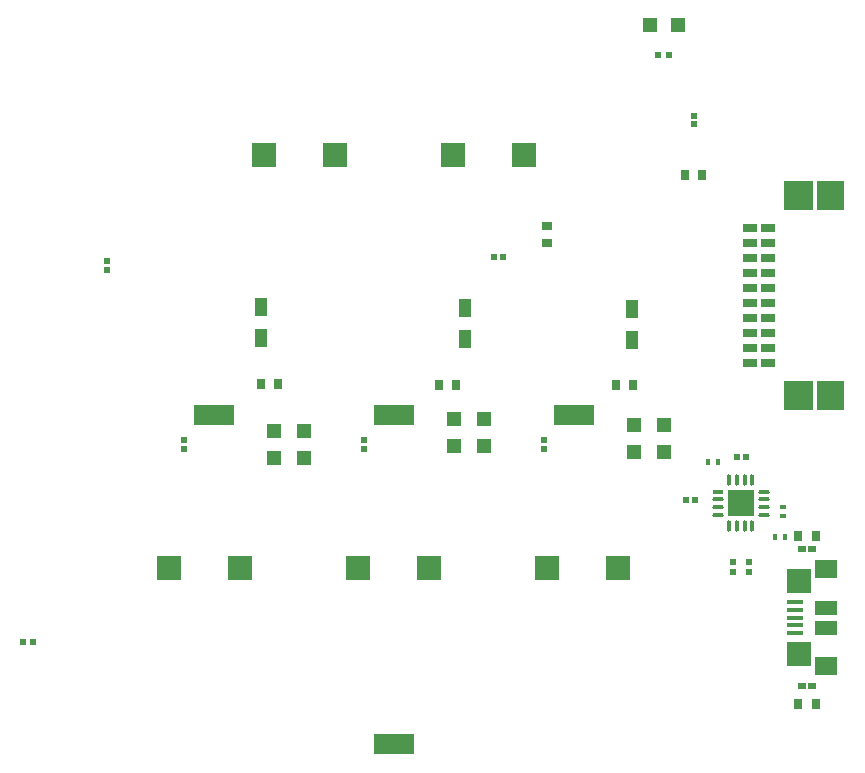
<source format=gtp>
G04*
G04 #@! TF.GenerationSoftware,Altium Limited,Altium Designer,24.1.2 (44)*
G04*
G04 Layer_Color=8421504*
%FSLAX44Y44*%
%MOMM*%
G71*
G04*
G04 #@! TF.SameCoordinates,4D670051-7F49-4B36-91F3-1F1B1C4DC3BF*
G04*
G04*
G04 #@! TF.FilePolarity,Positive*
G04*
G01*
G75*
%ADD19R,1.1430X0.7366*%
%ADD20R,1.1500X1.1500*%
%ADD21R,0.6500X0.9000*%
%ADD22R,1.0000X1.5000*%
%ADD23R,3.4300X1.7800*%
%ADD24R,1.9000X1.2000*%
%ADD25R,1.9000X1.6000*%
%ADD26R,2.0000X2.1000*%
%ADD27R,1.3500X0.4000*%
%ADD28R,0.9500X0.4000*%
G04:AMPARAMS|DCode=29|XSize=0.95mm|YSize=0.4mm|CornerRadius=0.2mm|HoleSize=0mm|Usage=FLASHONLY|Rotation=0.000|XOffset=0mm|YOffset=0mm|HoleType=Round|Shape=RoundedRectangle|*
%AMROUNDEDRECTD29*
21,1,0.9500,0.0000,0,0,0.0*
21,1,0.5500,0.4000,0,0,0.0*
1,1,0.4000,0.2750,0.0000*
1,1,0.4000,-0.2750,0.0000*
1,1,0.4000,-0.2750,0.0000*
1,1,0.4000,0.2750,0.0000*
%
%ADD29ROUNDEDRECTD29*%
G04:AMPARAMS|DCode=30|XSize=0.4mm|YSize=0.95mm|CornerRadius=0.2mm|HoleSize=0mm|Usage=FLASHONLY|Rotation=0.000|XOffset=0mm|YOffset=0mm|HoleType=Round|Shape=RoundedRectangle|*
%AMROUNDEDRECTD30*
21,1,0.4000,0.5500,0,0,0.0*
21,1,0.0000,0.9500,0,0,0.0*
1,1,0.4000,0.0000,-0.2750*
1,1,0.4000,0.0000,-0.2750*
1,1,0.4000,0.0000,0.2750*
1,1,0.4000,0.0000,0.2750*
%
%ADD30ROUNDEDRECTD30*%
%ADD31R,2.3000X2.3000*%
%ADD32R,0.4000X0.5000*%
%ADD33R,0.4725X0.4682*%
%ADD34R,0.5725X0.5682*%
%ADD35R,0.4725X0.5393*%
%ADD36R,2.0000X2.0000*%
%ADD37R,0.7000X0.5000*%
%ADD38R,0.6200X0.6200*%
%ADD39R,0.5393X0.4725*%
%ADD40R,1.1500X1.1500*%
%ADD41R,0.9000X0.6500*%
%ADD42R,0.5000X0.4000*%
%ADD43R,0.4682X0.4725*%
G36*
X354960Y28737D02*
Y4099D01*
X330322D01*
Y28737D01*
X354960D01*
D02*
G37*
G36*
X381630D02*
Y4099D01*
X358770D01*
Y28737D01*
X381630D01*
D02*
G37*
G36*
X354960Y197901D02*
Y173263D01*
X330322D01*
Y197901D01*
X354960D01*
D02*
G37*
G36*
X381630D02*
Y173263D01*
X358770D01*
Y197901D01*
X381630D01*
D02*
G37*
D19*
X301874Y158150D02*
D03*
X317114D02*
D03*
X301874Y145450D02*
D03*
X317114D02*
D03*
X301874Y132750D02*
D03*
X317114D02*
D03*
X301874Y120050D02*
D03*
X317114D02*
D03*
X301874Y107350D02*
D03*
X317114D02*
D03*
X301874Y94650D02*
D03*
X317114D02*
D03*
X301874Y81950D02*
D03*
X317114D02*
D03*
X301874Y69250D02*
D03*
X317114D02*
D03*
X301874Y56550D02*
D03*
X317114D02*
D03*
X301874Y43850D02*
D03*
X317114D02*
D03*
D20*
X76200Y-3490D02*
D03*
Y-26990D02*
D03*
X50800Y-3490D02*
D03*
Y-26990D02*
D03*
X228600Y-32070D02*
D03*
Y-8570D02*
D03*
X-101600Y-37150D02*
D03*
Y-13650D02*
D03*
X203200Y-8570D02*
D03*
Y-32070D02*
D03*
X-76200Y-13650D02*
D03*
Y-37150D02*
D03*
D21*
X342750Y-245000D02*
D03*
X357250D02*
D03*
X-97750Y25500D02*
D03*
X-112250D02*
D03*
X202460Y25400D02*
D03*
X187960D02*
D03*
X38470D02*
D03*
X52970D02*
D03*
X246750Y203200D02*
D03*
X261250D02*
D03*
X357250Y-102500D02*
D03*
X342750D02*
D03*
D22*
X60500Y64000D02*
D03*
Y90000D02*
D03*
X201500Y63500D02*
D03*
Y89500D02*
D03*
X-112000Y65000D02*
D03*
Y91000D02*
D03*
D23*
X0Y0D02*
D03*
Y-279000D02*
D03*
X152400Y0D02*
D03*
X-152400D02*
D03*
D24*
X366375Y-180500D02*
D03*
Y-163500D02*
D03*
D25*
Y-213000D02*
D03*
Y-131000D02*
D03*
D26*
X342875Y-203000D02*
D03*
Y-141000D02*
D03*
D27*
X339625Y-185000D02*
D03*
Y-178500D02*
D03*
Y-172000D02*
D03*
Y-165500D02*
D03*
Y-159000D02*
D03*
D28*
X274250Y-65250D02*
D03*
D29*
Y-71750D02*
D03*
Y-78250D02*
D03*
Y-84750D02*
D03*
X313750D02*
D03*
Y-78250D02*
D03*
Y-71750D02*
D03*
Y-65250D02*
D03*
D30*
X284250Y-94750D02*
D03*
X290750D02*
D03*
X297250D02*
D03*
X303750D02*
D03*
Y-55250D02*
D03*
X297250D02*
D03*
X290750D02*
D03*
X284250D02*
D03*
D31*
X294000Y-75000D02*
D03*
D32*
X331000Y-104000D02*
D03*
X323000D02*
D03*
X274500Y-40500D02*
D03*
X266500D02*
D03*
D33*
X-242500Y121957D02*
D03*
Y130000D02*
D03*
D34*
X287500Y-133521D02*
D03*
Y-124479D02*
D03*
X300500Y-133521D02*
D03*
Y-124479D02*
D03*
D35*
X-25400Y-21734D02*
D03*
Y-29066D02*
D03*
X127000Y-21734D02*
D03*
Y-29066D02*
D03*
X254000Y245834D02*
D03*
Y253166D02*
D03*
X-177800Y-21734D02*
D03*
Y-29066D02*
D03*
D36*
X-190000Y-130000D02*
D03*
X-130000D02*
D03*
X130000D02*
D03*
X190000D02*
D03*
X-30000D02*
D03*
X30000D02*
D03*
X-110000Y220000D02*
D03*
X-50000D02*
D03*
X50000D02*
D03*
X110000D02*
D03*
D37*
X345500Y-230000D02*
D03*
X354500D02*
D03*
Y-114000D02*
D03*
X345500D02*
D03*
D38*
X233100Y304800D02*
D03*
X224100D02*
D03*
D39*
X92566Y133350D02*
D03*
X85234D02*
D03*
D40*
X216850Y330200D02*
D03*
X240350D02*
D03*
D41*
X130000Y159750D02*
D03*
Y145250D02*
D03*
D42*
X330000Y-86000D02*
D03*
Y-78000D02*
D03*
D43*
X298661Y-35560D02*
D03*
X290618D02*
D03*
X255522Y-72000D02*
D03*
X247479D02*
D03*
X-313521Y-192500D02*
D03*
X-305478D02*
D03*
M02*

</source>
